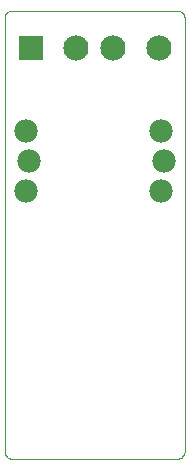
<source format=gbs>
G04 This is an RS-274x file exported by *
G04 gerbv version 2.5.0 *
G04 More information is available about gerbv at *
G04 http://gerbv.gpleda.org/ *
G04 --End of header info--*
%MOIN*%
%FSLAX23Y23*%
%IPPOS*%
G04 --Define apertures--*
%ADD10C,0.0000*%
%ADD11C,0.0780*%
%ADD12R,0.0840X0.0840*%
%ADD13C,0.0840*%
G04 --Start main section--*
G54D10*
G01X00351Y00321D02*
G01X00351Y01764D01*
G01X00351Y01764D02*
G01X00351Y01765D01*
G01X00351Y01765D02*
G01X00351Y01766D01*
G01X00351Y01766D02*
G01X00351Y01767D01*
G01X00351Y01767D02*
G01X00351Y01768D01*
G01X00351Y01768D02*
G01X00351Y01769D01*
G01X00351Y01769D02*
G01X00352Y01770D01*
G01X00352Y01770D02*
G01X00352Y01771D01*
G01X00352Y01771D02*
G01X00352Y01772D01*
G01X00352Y01772D02*
G01X00353Y01773D01*
G01X00353Y01773D02*
G01X00353Y01774D01*
G01X00353Y01774D02*
G01X00353Y01775D01*
G01X00353Y01775D02*
G01X00354Y01776D01*
G01X00354Y01776D02*
G01X00354Y01777D01*
G01X00354Y01777D02*
G01X00355Y01777D01*
G01X00355Y01777D02*
G01X00355Y01778D01*
G01X00355Y01778D02*
G01X00356Y01779D01*
G01X00356Y01779D02*
G01X00356Y01780D01*
G01X00356Y01780D02*
G01X00357Y01781D01*
G01X00357Y01781D02*
G01X00358Y01781D01*
G01X00358Y01781D02*
G01X00358Y01782D01*
G01X00358Y01782D02*
G01X00359Y01783D01*
G01X00359Y01783D02*
G01X00360Y01783D01*
G01X00360Y01783D02*
G01X00360Y01784D01*
G01X00360Y01784D02*
G01X00361Y01785D01*
G01X00361Y01785D02*
G01X00362Y01785D01*
G01X00362Y01785D02*
G01X00363Y01786D01*
G01X00363Y01786D02*
G01X00364Y01786D01*
G01X00364Y01786D02*
G01X00365Y01787D01*
G01X00365Y01787D02*
G01X00365Y01787D01*
G01X00365Y01787D02*
G01X00366Y01787D01*
G01X00366Y01787D02*
G01X00367Y01788D01*
G01X00367Y01788D02*
G01X00368Y01788D01*
G01X00368Y01788D02*
G01X00369Y01788D01*
G01X00369Y01788D02*
G01X00370Y01789D01*
G01X00370Y01789D02*
G01X00371Y01789D01*
G01X00371Y01789D02*
G01X00372Y01789D01*
G01X00372Y01789D02*
G01X00373Y01789D01*
G01X00373Y01789D02*
G01X00374Y01789D01*
G01X00374Y01789D02*
G01X00375Y01789D01*
G01X00375Y01789D02*
G01X00376Y01789D01*
G01X00376Y01789D02*
G01X00926Y01789D01*
G01X00926Y01789D02*
G01X00927Y01789D01*
G01X00927Y01789D02*
G01X00928Y01789D01*
G01X00928Y01789D02*
G01X00929Y01789D01*
G01X00929Y01789D02*
G01X00930Y01789D01*
G01X00930Y01789D02*
G01X00931Y01789D01*
G01X00931Y01789D02*
G01X00932Y01789D01*
G01X00932Y01789D02*
G01X00933Y01788D01*
G01X00933Y01788D02*
G01X00934Y01788D01*
G01X00934Y01788D02*
G01X00935Y01788D01*
G01X00935Y01788D02*
G01X00936Y01787D01*
G01X00936Y01787D02*
G01X00936Y01787D01*
G01X00936Y01787D02*
G01X00937Y01787D01*
G01X00937Y01787D02*
G01X00938Y01786D01*
G01X00938Y01786D02*
G01X00939Y01786D01*
G01X00939Y01786D02*
G01X00940Y01785D01*
G01X00940Y01785D02*
G01X00941Y01785D01*
G01X00941Y01785D02*
G01X00941Y01784D01*
G01X00941Y01784D02*
G01X00942Y01783D01*
G01X00942Y01783D02*
G01X00943Y01783D01*
G01X00943Y01783D02*
G01X00944Y01782D01*
G01X00944Y01782D02*
G01X00944Y01781D01*
G01X00944Y01781D02*
G01X00945Y01781D01*
G01X00945Y01781D02*
G01X00946Y01780D01*
G01X00946Y01780D02*
G01X00946Y01779D01*
G01X00946Y01779D02*
G01X00947Y01778D01*
G01X00947Y01778D02*
G01X00947Y01777D01*
G01X00947Y01777D02*
G01X00948Y01777D01*
G01X00948Y01777D02*
G01X00948Y01776D01*
G01X00948Y01776D02*
G01X00949Y01775D01*
G01X00949Y01775D02*
G01X00949Y01774D01*
G01X00949Y01774D02*
G01X00949Y01773D01*
G01X00949Y01773D02*
G01X00950Y01772D01*
G01X00950Y01772D02*
G01X00950Y01771D01*
G01X00950Y01771D02*
G01X00950Y01770D01*
G01X00950Y01770D02*
G01X00950Y01769D01*
G01X00950Y01769D02*
G01X00951Y01768D01*
G01X00951Y01768D02*
G01X00951Y01767D01*
G01X00951Y01767D02*
G01X00951Y01766D01*
G01X00951Y01766D02*
G01X00951Y01765D01*
G01X00951Y01765D02*
G01X00951Y01764D01*
G01X00951Y01764D02*
G01X00951Y00321D01*
G01X00951Y00321D02*
G01X00951Y00320D01*
G01X00951Y00320D02*
G01X00951Y00319D01*
G01X00951Y00319D02*
G01X00951Y00318D01*
G01X00951Y00318D02*
G01X00951Y00317D01*
G01X00951Y00317D02*
G01X00950Y00316D01*
G01X00950Y00316D02*
G01X00950Y00315D01*
G01X00950Y00315D02*
G01X00950Y00314D01*
G01X00950Y00314D02*
G01X00950Y00313D01*
G01X00950Y00313D02*
G01X00949Y00312D01*
G01X00949Y00312D02*
G01X00949Y00311D01*
G01X00949Y00311D02*
G01X00949Y00310D01*
G01X00949Y00310D02*
G01X00948Y00309D01*
G01X00948Y00309D02*
G01X00948Y00308D01*
G01X00948Y00308D02*
G01X00947Y00308D01*
G01X00947Y00308D02*
G01X00947Y00307D01*
G01X00947Y00307D02*
G01X00946Y00306D01*
G01X00946Y00306D02*
G01X00946Y00305D01*
G01X00946Y00305D02*
G01X00945Y00304D01*
G01X00945Y00304D02*
G01X00944Y00304D01*
G01X00944Y00304D02*
G01X00944Y00303D01*
G01X00944Y00303D02*
G01X00943Y00302D01*
G01X00943Y00302D02*
G01X00942Y00302D01*
G01X00942Y00302D02*
G01X00941Y00301D01*
G01X00941Y00301D02*
G01X00941Y00300D01*
G01X00941Y00300D02*
G01X00940Y00300D01*
G01X00940Y00300D02*
G01X00939Y00299D01*
G01X00939Y00299D02*
G01X00938Y00299D01*
G01X00938Y00299D02*
G01X00937Y00298D01*
G01X00937Y00298D02*
G01X00936Y00298D01*
G01X00936Y00298D02*
G01X00936Y00297D01*
G01X00936Y00297D02*
G01X00935Y00297D01*
G01X00935Y00297D02*
G01X00934Y00297D01*
G01X00934Y00297D02*
G01X00933Y00297D01*
G01X00933Y00297D02*
G01X00932Y00296D01*
G01X00932Y00296D02*
G01X00931Y00296D01*
G01X00931Y00296D02*
G01X00930Y00296D01*
G01X00930Y00296D02*
G01X00929Y00296D01*
G01X00929Y00296D02*
G01X00928Y00296D01*
G01X00928Y00296D02*
G01X00927Y00296D01*
G01X00927Y00296D02*
G01X00926Y00296D01*
G01X00926Y00296D02*
G01X00376Y00296D01*
G01X00376Y00296D02*
G01X00375Y00296D01*
G01X00375Y00296D02*
G01X00374Y00296D01*
G01X00374Y00296D02*
G01X00373Y00296D01*
G01X00373Y00296D02*
G01X00372Y00296D01*
G01X00372Y00296D02*
G01X00371Y00296D01*
G01X00371Y00296D02*
G01X00370Y00296D01*
G01X00370Y00296D02*
G01X00369Y00297D01*
G01X00369Y00297D02*
G01X00368Y00297D01*
G01X00368Y00297D02*
G01X00367Y00297D01*
G01X00367Y00297D02*
G01X00366Y00297D01*
G01X00366Y00297D02*
G01X00365Y00298D01*
G01X00365Y00298D02*
G01X00365Y00298D01*
G01X00365Y00298D02*
G01X00364Y00299D01*
G01X00364Y00299D02*
G01X00363Y00299D01*
G01X00363Y00299D02*
G01X00362Y00300D01*
G01X00362Y00300D02*
G01X00361Y00300D01*
G01X00361Y00300D02*
G01X00360Y00301D01*
G01X00360Y00301D02*
G01X00360Y00302D01*
G01X00360Y00302D02*
G01X00359Y00302D01*
G01X00359Y00302D02*
G01X00358Y00303D01*
G01X00358Y00303D02*
G01X00358Y00304D01*
G01X00358Y00304D02*
G01X00357Y00304D01*
G01X00357Y00304D02*
G01X00356Y00305D01*
G01X00356Y00305D02*
G01X00356Y00306D01*
G01X00356Y00306D02*
G01X00355Y00307D01*
G01X00355Y00307D02*
G01X00355Y00308D01*
G01X00355Y00308D02*
G01X00354Y00308D01*
G01X00354Y00308D02*
G01X00354Y00309D01*
G01X00354Y00309D02*
G01X00353Y00310D01*
G01X00353Y00310D02*
G01X00353Y00311D01*
G01X00353Y00311D02*
G01X00353Y00312D01*
G01X00353Y00312D02*
G01X00352Y00313D01*
G01X00352Y00313D02*
G01X00352Y00314D01*
G01X00352Y00314D02*
G01X00352Y00315D01*
G01X00352Y00315D02*
G01X00351Y00316D01*
G01X00351Y00316D02*
G01X00351Y00317D01*
G01X00351Y00317D02*
G01X00351Y00318D01*
G01X00351Y00318D02*
G01X00351Y00319D01*
G01X00351Y00319D02*
G01X00351Y00320D01*
G01X00351Y00320D02*
G01X00351Y00321D01*
G54D11*
G01X00421Y01189D03*
G01X00431Y01289D03*
G01X00421Y01389D03*
G01X00871Y01389D03*
G01X00881Y01289D03*
G01X00871Y01189D03*
G54D12*
G01X00438Y01664D03*
G54D13*
G01X00590Y01664D03*
G01X00713Y01664D03*
G01X00865Y01664D03*
M02*

</source>
